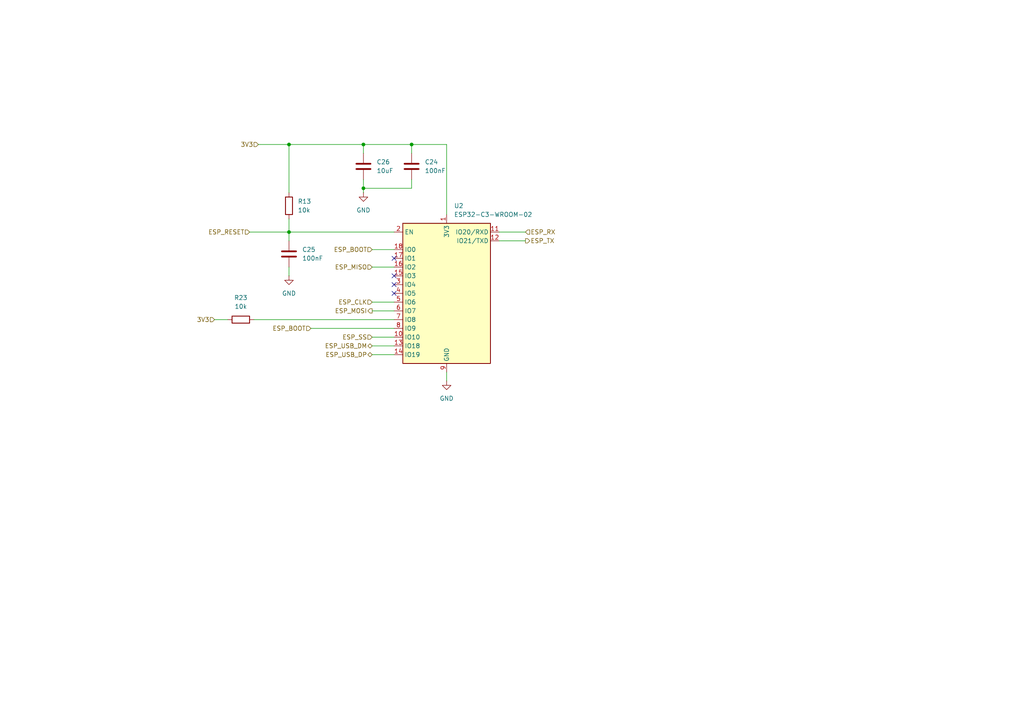
<source format=kicad_sch>
(kicad_sch (version 20250114) (generator "eeschema") (generator_version "9.0")
  (paper "A4")
  (lib_symbols
    (symbol "Device:C" (pin_numbers (hide yes)) (pin_names (offset 0.254))
      (property "Reference" "C" (at 0.635 2.54 0))
      (property "Value" "C" (at 0.635 -2.54 0))
      (symbol "C_0_1"
        (polyline (pts (xy -2.032 0.762) (xy 2.032 0.762)) (stroke (width 0.508)))
        (polyline (pts (xy -2.032 -0.762) (xy 2.032 -0.762)) (stroke (width 0.508)))
      )
      (symbol "C_1_1"
        (pin passive line (at 0 3.81 270) (length 2.794) (name "~") (number "1"))
        (pin passive line (at 0 -3.81 90) (length 2.794) (name "~") (number "2"))
      )
    )
    (symbol "Device:R" (pin_numbers (hide yes)) (pin_names (offset 0))
      (property "Reference" "R" (at 2.032 0 90))
      (property "Value" "R" (at 0 0 90))
      (symbol "R_0_1"
        (rectangle (start -1.016 -2.54) (end 1.016 2.54) (stroke (width 0.254)))
      )
      (symbol "R_1_1"
        (pin passive line (at 0 3.81 270) (length 1.27) (name "~") (number "1"))
        (pin passive line (at 0 -3.81 90) (length 1.27) (name "~") (number "2"))
      )
    )
    (symbol "RF_Module:ESP32-C3-WROOM-02"
      (property "Reference" "U" (at -12.192 21.336 0))
      (property "Value" "ESP32-C3-WROOM-02" (at 12.192 21.336 0))
      (symbol "ESP32-C3-WROOM-02_1_1"
        (rectangle (start -12.7 20.32) (end 12.7 -20.32) (stroke (width 0.254)) (fill (type background)))
        (pin input line (at -15.24 17.78 0) (length 2.54) (name "EN") (number "2"))
        (pin bidirectional line (at -15.24 12.7 0) (length 2.54) (name "IO0") (number "18"))
        (pin bidirectional line (at -15.24 10.16 0) (length 2.54) (name "IO1") (number "17"))
        (pin bidirectional line (at -15.24 7.62 0) (length 2.54) (name "IO2") (number "16"))
        (pin bidirectional line (at -15.24 5.08 0) (length 2.54) (name "IO3") (number "15"))
        (pin bidirectional line (at -15.24 2.54 0) (length 2.54) (name "IO4") (number "3"))
        (pin bidirectional line (at -15.24 0 0) (length 2.54) (name "IO5") (number "4"))
        (pin bidirectional line (at -15.24 -2.54 0) (length 2.54) (name "IO6") (number "5"))
        (pin bidirectional line (at -15.24 -5.08 0) (length 2.54) (name "IO7") (number "6"))
        (pin bidirectional line (at -15.24 -7.62 0) (length 2.54) (name "IO8") (number "7"))
        (pin bidirectional line (at -15.24 -10.16 0) (length 2.54) (name "IO9") (number "8"))
        (pin bidirectional line (at -15.24 -12.7 0) (length 2.54) (name "IO10") (number "10"))
        (pin bidirectional line (at -15.24 -15.24 0) (length 2.54) (name "IO18") (number "13"))
        (pin bidirectional line (at -15.24 -17.78 0) (length 2.54) (name "IO19") (number "14"))
        (pin power_in line (at 0 22.86 270) (length 2.54) (name "3V3") (number "1"))
        (pin passive line (at 0 -22.86 90) (length 2.54) (hide yes) (name "GND") (number "19"))
        (pin power_in line (at 0 -22.86 90) (length 2.54) (name "GND") (number "9"))
        (pin bidirectional line (at 15.24 17.78 180) (length 2.54) (name "IO20/RXD") (number "11"))
        (pin bidirectional line (at 15.24 15.24 180) (length 2.54) (name "IO21/TXD") (number "12"))
      )
    )
    (symbol "power:GND" (power) (pin_numbers (hide yes)) (pin_names (offset 0) (hide yes))
      (property "Value" "GND" (at 0 -3.81 0))
      (symbol "GND_0_1"
        (polyline (pts (xy 0 0) (xy 0 -1.27) (xy 1.27 -1.27) (xy 0 -2.54) (xy -1.27 -1.27) (xy 0 -1.27)))
      )
      (symbol "GND_1_1"
        (pin power_in line (at 0 0 270) (length 0) (name "~") (number "1"))
      )
    )
  )
  (junction (at 83.82 67.31))
  (junction (at 119.38 41.91))
  (junction (at 105.41 54.61))
  (junction (at 105.41 41.91))
  (junction (at 83.82 41.91))
  (no_connect (at 114.3 85.09))
  (no_connect (at 114.3 82.55))
  (no_connect (at 114.3 80.01))
  (no_connect (at 114.3 74.93))
  (wire (pts (xy 107.95 87.63) (xy 114.3 87.63)))
  (wire (pts (xy 107.95 90.17) (xy 114.3 90.17)))
  (wire (pts (xy 83.82 63.5) (xy 83.82 67.31)))
  (wire (pts (xy 83.82 67.31) (xy 114.3 67.31)))
  (wire (pts (xy 105.41 54.61) (xy 119.38 54.61)))
  (wire (pts (xy 114.3 95.25) (xy 90.17 95.25)))
  (wire (pts (xy 119.38 54.61) (xy 119.38 52.07)))
  (wire (pts (xy 73.66 92.71) (xy 114.3 92.71)))
  (wire (pts (xy 105.41 41.91) (xy 105.41 44.45)))
  (wire (pts (xy 119.38 41.91) (xy 119.38 44.45)))
  (wire (pts (xy 105.41 41.91) (xy 119.38 41.91)))
  (wire (pts (xy 107.95 102.87) (xy 114.3 102.87)))
  (wire (pts (xy 83.82 80.01) (xy 83.82 77.47)))
  (wire (pts (xy 144.78 69.85) (xy 152.4 69.85)))
  (wire (pts (xy 62.23 92.71) (xy 66.04 92.71)))
  (wire (pts (xy 105.41 55.88) (xy 105.41 54.61)))
  (wire (pts (xy 83.82 41.91) (xy 74.93 41.91)))
  (wire (pts (xy 129.54 110.49) (xy 129.54 107.95)))
  (wire (pts (xy 107.95 100.33) (xy 114.3 100.33)))
  (wire (pts (xy 107.95 72.39) (xy 114.3 72.39)))
  (wire (pts (xy 105.41 41.91) (xy 83.82 41.91)))
  (wire (pts (xy 119.38 41.91) (xy 129.54 41.91)))
  (wire (pts (xy 105.41 52.07) (xy 105.41 54.61)))
  (wire (pts (xy 72.39 67.31) (xy 83.82 67.31)))
  (wire (pts (xy 83.82 41.91) (xy 83.82 55.88)))
  (wire (pts (xy 107.95 77.47) (xy 114.3 77.47)))
  (wire (pts (xy 129.54 62.23) (xy 129.54 41.91)))
  (wire (pts (xy 144.78 67.31) (xy 152.4 67.31)))
  (wire (pts (xy 83.82 69.85) (xy 83.82 67.31)))
  (wire (pts (xy 107.95 97.79) (xy 114.3 97.79)))
  (hierarchical_label "ESP_BOOT" (shape input) (at 107.95 72.39 180))
  (hierarchical_label "ESP_BOOT" (shape input) (at 90.17 95.25 180))
  (hierarchical_label "ESP_TX" (shape output) (at 152.4 69.85 0))
  (hierarchical_label "ESP_RESET" (shape input) (at 72.39 67.31 180))
  (hierarchical_label "ESP_USB_DP" (shape bidirectional) (at 107.95 102.87 180))
  (hierarchical_label "ESP_MISO" (shape input) (at 107.95 77.47 180))
  (hierarchical_label "ESP_CLK" (shape input) (at 107.95 87.63 180))
  (hierarchical_label "ESP_USB_DM" (shape bidirectional) (at 107.95 100.33 180))
  (hierarchical_label "3V3" (shape input) (at 62.23 92.71 180))
  (hierarchical_label "ESP_SS" (shape input) (at 107.95 97.79 180))
  (hierarchical_label "3V3" (shape input) (at 74.93 41.91 180))
  (hierarchical_label "ESP_RX" (shape input) (at 152.4 67.31 0))
  (hierarchical_label "ESP_MOSI" (shape output) (at 107.95 90.17 180))
  (symbol (lib_id "power:GND") (at 105.41 55.88 0) (unit 1)
    (property "Reference" "#PWR039" (effects (hide yes)))
    (property "Value" "GND" (at 105.41 60.96 0))
    (property "Description" "Power symbol creates a global label with name \"GND\" , ground" (effects (hide yes)))
  )
  (symbol (lib_id "Device:C") (at 83.82 73.66 0) (unit 1)
    (property "Reference" "C25" (at 87.63 72.3899 0) (effects (justify left)))
    (property "Value" "100nF" (at 87.63 74.93 0) (effects (justify left)))
    (property "Footprint" "Capacitor_SMD:C_0402_1005Metric" (effects (hide yes)))
    (property "Datasheet" "https://mm.digikey.com/Volume0/opasdata/d220001/medias/docus/729/CL05B104KA5NNNC_Spec.pdf" (effects (hide yes)))
    (property "Description" "CAP CER 0.1UF 25V X7R 0402" (effects (hide yes)))
    (property "Part Number" "CL05B104KA5NNNC" (effects (hide yes)))
    (property "Provider" "Digikey" (effects (hide yes)))
  )
  (symbol (lib_id "Device:C") (at 105.41 48.26 0) (unit 1)
    (property "Reference" "C26" (at 109.22 46.9899 0) (effects (justify left)))
    (property "Value" "10uF" (at 109.22 49.53 0) (effects (justify left)))
    (property "Footprint" "Capacitor_SMD:C_0603_1608Metric" (effects (hide yes)))
    (property "Datasheet" "https://mm.digikey.com/Volume0/opasdata/d220001/medias/docus/43/CL10A106KP8NNNC_Spec.pdf" (effects (hide yes)))
    (property "Description" "CAP CER 10UF 10V X5R 0603" (effects (hide yes)))
    (property "Part Number" "CL10A106KP8NNNC" (effects (hide yes)))
    (property "Provider" "Digikey" (effects (hide yes)))
  )
  (symbol (lib_id "Device:C") (at 119.38 48.26 0) (unit 1)
    (property "Reference" "C24" (at 123.19 46.9899 0) (effects (justify left)))
    (property "Value" "100nF" (at 123.19 49.53 0) (effects (justify left)))
    (property "Footprint" "Capacitor_SMD:C_0402_1005Metric" (effects (hide yes)))
    (property "Datasheet" "https://mm.digikey.com/Volume0/opasdata/d220001/medias/docus/729/CL05B104KA5NNNC_Spec.pdf" (effects (hide yes)))
    (property "Description" "CAP CER 0.1UF 25V X7R 0402" (effects (hide yes)))
    (property "Part Number" "CL05B104KA5NNNC" (effects (hide yes)))
    (property "Provider" "Digikey" (effects (hide yes)))
  )
  (symbol (lib_id "Device:R") (at 69.85 92.71 270) (unit 1)
    (property "Reference" "R23" (at 69.85 86.36 90))
    (property "Value" "10k" (at 69.85 88.9 90))
    (property "Footprint" "Resistor_SMD:R_0603_1608Metric" (effects (hide yes)))
    (property "Datasheet" "https://yageogroup.com/content/datasheet/asset/file/PYU-RC_GROUP_51_ROHS_L" (effects (hide yes)))
    (property "Description" "RES 10K OHM 1% 1/10W 0603" (effects (hide yes)))
    (property "Part Number" "RC0603FR-0710KL" (effects (hide yes)))
    (property "Provider" "Digikey" (effects (hide yes)))
  )
  (symbol (lib_id "RF_Module:ESP32-C3-WROOM-02") (at 129.54 85.09 0) (unit 1)
    (property "Reference" "U2" (at 131.6833 59.69 0) (effects (justify left)))
    (property "Value" "ESP32-C3-WROOM-02" (at 131.6833 62.23 0) (effects (justify left)))
    (property "Footprint" "RF_Module:ESP32-C3-WROOM-02" (effects (hide yes)))
    (property "Datasheet" "https://www.espressif.com/sites/default/files/documentation/esp32-c3-wroom-02_datasheet_en.pdf" (effects (hide yes)))
    (property "Description" "802.11 b/g/n Wi­Fi and Bluetooth 5 module, ESP32­C3 SoC, RISC­V microprocessor, On-board antenna" (effects (hide yes)))
    (property "Part Number" "ESP32-C3-WROOM-02-H4" (effects (hide yes)))
    (property "Provider" "Digikey" (effects (hide yes)))
  )
  (symbol (lib_id "power:GND") (at 83.82 80.01 0) (unit 1)
    (property "Reference" "#PWR040" (effects (hide yes)))
    (property "Value" "GND" (at 83.82 85.09 0))
    (property "Description" "Power symbol creates a global label with name \"GND\" , ground" (effects (hide yes)))
  )
  (symbol (lib_id "Device:R") (at 83.82 59.69 180) (unit 1)
    (property "Reference" "R13" (at 86.36 58.4199 0) (effects (justify right)))
    (property "Value" "10k" (at 86.36 60.9599 0) (effects (justify right)))
    (property "Footprint" "Resistor_SMD:R_0603_1608Metric" (effects (hide yes)))
    (property "Datasheet" "https://yageogroup.com/content/datasheet/asset/file/PYU-RC_GROUP_51_ROHS_L" (effects (hide yes)))
    (property "Description" "RES 10K OHM 1% 1/10W 0603" (effects (hide yes)))
    (property "Part Number" "RC0603FR-0710KL" (effects (hide yes)))
    (property "Provider" "Digikey" (effects (hide yes)))
  )
  (symbol (lib_id "power:GND") (at 129.54 110.49 0) (unit 1)
    (property "Reference" "#PWR034" (effects (hide yes)))
    (property "Value" "GND" (at 129.54 115.57 0))
    (property "Description" "Power symbol creates a global label with name \"GND\" , ground" (effects (hide yes)))
  )
)
</source>
